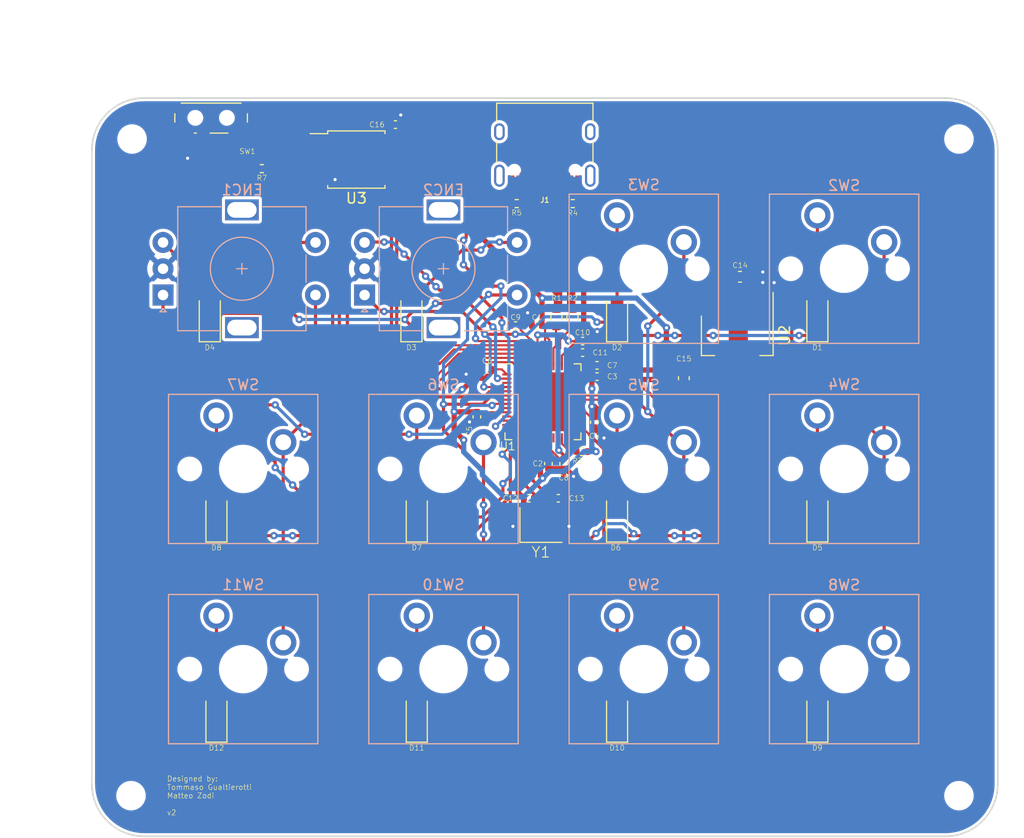
<source format=kicad_pcb>
(kicad_pcb (version 20211014) (generator pcbnew)
  (layers (0 "F.Cu" signal) (31 "B.Cu" power) (34 "B.Paste" user) (35 "F.Paste" user) (36 "B.SilkS" user "B.Silkscreen") (37 "F.SilkS" user "F.Silkscreen") (38 "B.Mask" user) (39 "F.Mask" user) (44 "Edge.Cuts" user))
  (net 0 "")
  (net 1 "+3V3")
  (net 2 "GND")
  (net 3 "+1V1")
  (net 4 "/XIN")
  (net 5 "/XOUT")
  (net 6 "VBUS")
  (net 7 "/ROW_0")
  (net 8 "Net-(D1-Pad2)")
  (net 9 "Net-(D2-Pad2)")
  (net 10 "Net-(D3-Pad2)")
  (net 11 "/ROW_1")
  (net 12 "Net-(D5-Pad2)")
  (net 13 "Net-(D6-Pad2)")
  (net 14 "/ROW_2")
  (net 15 "Net-(D7-Pad2)")
  (net 16 "Net-(D9-Pad2)")
  (net 17 "Net-(J1-PadA5)")
  (net 18 "/USB_D+")
  (net 19 "/USB_D-")
  (net 21 "Net-(J1-PadB5)")
  (net 24 "Net-(R1-Pad1)")
  (net 25 "Net-(R2-Pad1)")
  (net 26 "Net-(R3-Pad2)")
  (net 27 "/~{USB_BOOT}")
  (net 28 "/QSPI_SS")
  (net 29 "/COL_0")
  (net 30 "/COL_1")
  (net 31 "/COL_2")
  (net 52 "/QSPI_SD3")
  (net 53 "/QSPI_SCLK")
  (net 54 "/QSPI_SD0")
  (net 55 "/QSPI_SD2")
  (net 56 "/QSPI_SD1")
  (net 57 "Net-(D4-Pad2)")
  (net 58 "Net-(D8-Pad2)")
  (net 59 "Net-(D10-Pad2)")
  (net 60 "Net-(D11-Pad2)")
  (net 61 "Net-(D12-Pad2)")
  (net 62 "/COL_3")
  (net 64 "/ENC1_PIN_A")
  (net 65 "/ENC1_PIN_B")
  (net 66 "/ENC2_PIN_A")
  (net 67 "/ENC2_PIN_B")
  (footprint "Resistor_SMD:R_0603_1608Metric" (layer "F.Cu") (at 89.2302 64.3128 90)
    (fp_text reference "R1")
    (fp_text value "27")
  )
  (footprint "Diode_SMD:D_SOD-123" (layer "F.Cu") (at 94.996 64.389 90)
    (fp_text reference "D2")
    (fp_text value "D")
  )
  (footprint "Capacitor_SMD:C_0402_1005Metric" (layer "F.Cu") (at 86.614 81.534 180)
    (fp_text reference "C12")
    (fp_text value "30p")
  )
  (footprint "Button_Switch_SMD:SW_SPDT_PCM12" (layer "F.Cu") (at 56.388 45.6616 180)
    (fp_text reference "SW1")
    (fp_text value "SW_SPDT")
  )
  (footprint "Capacitor_SMD:C_0402_1005Metric" (layer "F.Cu") (at 87.376 65.1002 180)
    (fp_text reference "C1")
    (fp_text value "100n")
  )
  (footprint "Capacitor_SMD:C_0402_1005Metric" (layer "F.Cu") (at 81.661 73.787 -90)
    (fp_text reference "C5")
    (fp_text value "100n")
  )
  (footprint "MountingHole:MountingHole_2.2mm_M2" (layer "F.Cu") (at 127.508 109.8296)
    (fp_text reference "H3" hide)
    (fp_text value "MountingHole")
  )
  (footprint "Capacitor_SMD:C_0402_1005Metric" (layer "F.Cu") (at 89.916 78.232 90)
    (fp_text reference "C8")
    (fp_text value "100n")
  )
  (footprint "MountingHole:MountingHole_2.2mm_M2" (layer "F.Cu") (at 127.508 47.3456)
    (fp_text reference "H2" hide)
    (fp_text value "MountingHole")
  )
  (footprint "Capacitor_SMD:C_0603_1608Metric" (layer "F.Cu") (at 106.68 60.452)
    (fp_text reference "C14")
    (fp_text value "10u")
  )
  (footprint "Package_TO_SOT_SMD:SOT-223-3_TabPin2" (layer "F.Cu") (at 106.426 66.04 -90)
    (fp_text reference "U2")
    (fp_text value "NCP1117-3.3_SOT223")
  )
  (footprint "Diode_SMD:D_SOD-123" (layer "F.Cu") (at 114.046 83.439 90)
    (fp_text reference "D5")
    (fp_text value "D")
  )
  (footprint "Diode_SMD:D_SOD-123" (layer "F.Cu") (at 94.996 83.439 90)
    (fp_text reference "D6")
    (fp_text value "D")
  )
  (footprint "Diode_SMD:D_SOD-123" (layer "F.Cu") (at 56.896 83.439 90)
    (fp_text reference "D8")
    (fp_text value "D")
  )
  (footprint "Resistor_SMD:R_0603_1608Metric" (layer "F.Cu") (at 90.7542 64.3128 90)
    (fp_text reference "R2")
    (fp_text value "27")
  )
  (footprint "MountingHole:MountingHole_2.2mm_M2" (layer "F.Cu") (at 48.768 109.8296)
    (fp_text reference "H4" hide)
    (fp_text value "MountingHole")
  )
  (footprint "Capacitor_SMD:C_0402_1005Metric" (layer "F.Cu") (at 91.722 66.576)
    (fp_text reference "C10")
    (fp_text value "1u")
  )
  (footprint "Diode_SMD:D_SOD-123" (layer "F.Cu") (at 114.046 64.389 90)
    (fp_text reference "D1")
    (fp_text value "D")
  )
  (footprint "Resistor_SMD:R_0402_1005Metric" (layer "F.Cu") (at 61.214 50.165)
    (fp_text reference "R7")
    (fp_text value "1k")
  )
  (footprint "Resistor_SMD:R_0402_1005Metric" (layer "F.Cu") (at 90.7796 53.4924)
    (fp_text reference "R4")
    (fp_text value "5k1")
  )
  (footprint "Connector_USB:USB_C_Receptacle_XKB_U262-16XN-4BVC11" (layer "F.Cu") (at 88.1251 47.7266 180)
    (fp_text reference "J1")
    (fp_text value "USB_C_Receptacle_USB2.0")
  )
  (footprint "Capacitor_SMD:C_0402_1005Metric" (layer "F.Cu") (at 92.837 74.295 -90)
    (fp_text reference "C4")
    (fp_text value "100n")
  )
  (footprint "Capacitor_SMD:C_0402_1005Metric" (layer "F.Cu") (at 73.914 45.974)
    (fp_text reference "C16")
    (fp_text value "100n")
  )
  (footprint "Capacitor_SMD:C_0402_1005Metric" (layer "F.Cu") (at 91.722 67.6682)
    (fp_text reference "C11")
    (fp_text value "1u")
  )
  (footprint "Capacitor_SMD:C_0402_1005Metric" (layer "F.Cu") (at 93.091 69.9516)
    (fp_text reference "C3")
    (fp_text value "100n")
  )
  (footprint "Diode_SMD:D_SOD-123" (layer "F.Cu") (at 94.996 102.489 90)
    (fp_text reference "D10")
    (fp_text value "D")
  )
  (footprint "Capacitor_SMD:C_0402_1005Metric" (layer "F.Cu") (at 88.4682 78.232 -90)
    (fp_text reference "C2")
    (fp_text value "100n")
  )
  (footprint "Resistor_SMD:R_0402_1005Metric" (layer "F.Cu") (at 85.45 53.4924 180)
    (fp_text reference "R5")
    (fp_text value "5k1")
  )
  (footprint "Diode_SMD:D_SOD-123" (layer "F.Cu") (at 56.896 102.489 90)
    (fp_text reference "D12")
    (fp_text value "D")
  )
  (footprint "Package_SO:SOIC-8_5.23x5.23mm_P1.27mm" (layer "F.Cu") (at 70.2 49.3)
    (fp_text reference "U3")
    (fp_text value "W25Q128JVS")
  )
  (footprint "Capacitor_SMD:C_0402_1005Metric" (layer "F.Cu") (at 89.408 81.534)
    (fp_text reference "C13")
    (fp_text value "30p")
  )
  (footprint "Diode_SMD:D_SOD-123" (layer "F.Cu") (at 56.261 64.389 90)
    (fp_text reference "D4")
    (fp_text value "D")
  )
  (footprint "Capacitor_SMD:C_0603_1608Metric" (layer "F.Cu") (at 101.346 70.104 -90)
    (fp_text reference "C15")
    (fp_text value "10u")
  )
  (footprint "Package_DFN_QFN:QFN-56-1EP_7x7mm_P0.4mm_EP5.6x5.6mm" (layer "F.Cu") (at 87.95 72.348)
    (fp_text reference "U1")
    (fp_text value "RP2040")
  )
  (footprint "Capacitor_SMD:C_0402_1005Metric" (layer "F.Cu") (at 85.344 65.1002 180)
    (fp_text reference "C9")
    (fp_text value "100n")
  )
  (footprint "Resistor_SMD:R_0402_1005Metric" (layer "F.Cu") (at 91.6666 77.089 180)
    (fp_text reference "R3")
    (fp_text value "10k")
  )
  (footprint "MountingHole:MountingHole_2.2mm_M2" (layer "F.Cu") (at 48.8696 47.3456)
    (fp_text reference "H1" hide)
    (fp_text value "MountingHole")
  )
  (footprint "Capacitor_SMD:C_0402_1005Metric" (layer "F.Cu") (at 93.091 68.8848)
    (fp_text reference "C7")
    (fp_text value "100n")
  )
  (footprint "Diode_SMD:D_SOD-123" (layer "F.Cu") (at 114.046 102.489 90)
    (fp_text reference "D9")
    (fp_text value "D")
  )
  (footprint "Diode_SMD:D_SOD-123" (layer "F.Cu") (at 75.946 102.489 90)
    (fp_text reference "D11")
    (fp_text value "D")
  )
  (footprint "Capacitor_SMD:C_0402_1005Metric" (layer "F.Cu") (at 82.64 69.26 180)
    (fp_text reference "C6")
    (fp_text value "100n")
  )
  (footprint "Diode_SMD:D_SOD-123" (layer "F.Cu") (at 75.438 64.389 90)
    (fp_text reference "D3")
    (fp_text value "D")
  )
  (footprint "Diode_SMD:D_SOD-123" (layer "F.Cu") (at 75.946 83.439 90)
    (fp_text reference "D7")
    (fp_text value "D")
  )
  (footprint "Crystal:Crystal_SMD_3225-4Pin_3.2x2.5mm" (layer "F.Cu") (at 87.757 84.074)
    (fp_text reference "Y1")
    (fp_text value "12MHz")
  )
  (footprint "Rotary_Encoder:RotaryEncoder_Alps_EC11E-Switch_Vertical_H20mm" (layer "B.Cu") (at 70.982 62.19)
    (fp_text reference "ENC2")
    (fp_text value "Encoder_Switch")
  )
  (footprint "Switch_Keyboard_Cherry_MX:SW_Cherry_MX_PCB_1.00u" (layer "B.Cu") (at 78.486 78.74 180)
    (fp_text reference "SW6")
    (fp_text value "KEY_MX")
  )
  (footprint "Switch_Keyboard_Cherry_MX:SW_Cherry_MX_PCB_1.00u" (layer "B.Cu") (at 116.586 78.74 180)
    (fp_text reference "SW4")
    (fp_text value "KEY_MX")
  )
  (footprint "Switch_Keyboard_Cherry_MX:SW_Cherry_MX_PCB_1.00u" (layer "B.Cu") (at 97.536 59.69 180)
    (fp_text reference "SW3")
    (fp_text value "KEY_MX")
  )
  (footprint "Switch_Keyboard_Cherry_MX:SW_Cherry_MX_PCB_1.00u" (layer "B.Cu") (at 97.536 78.74 180)
    (fp_text reference "SW5")
    (fp_text value "KEY_MX")
  )
  (footprint "Switch_Keyboard_Cherry_MX:SW_Cherry_MX_PCB_1.00u" (layer "B.Cu") (at 97.536 97.79 180)
    (fp_text reference "SW9")
    (fp_text value "KEY_MX")
  )
  (footprint "Switch_Keyboard_Cherry_MX:SW_Cherry_MX_PCB_1.00u" (layer "B.Cu") (at 59.436 78.74 180)
    (fp_text reference "SW7")
    (fp_text value "KEY_MX")
  )
  (footprint "Switch_Keyboard_Cherry_MX:SW_Cherry_MX_PCB_1.00u" (layer "B.Cu") (at 116.586 59.69 180)
    (fp_text reference "SW2")
    (fp_text value "KEY_MX")
  )
  (footprint "Switch_Keyboard_Cherry_MX:SW_Cherry_MX_PCB_1.00u" (layer "B.Cu") (at 78.486 97.79 180)
    (fp_text reference "SW10")
    (fp_text value "KEY_MX")
  )
  (footprint "Switch_Keyboard_Cherry_MX:SW_Cherry_MX_PCB_1.00u" (layer "B.Cu") (at 116.586 97.79 180)
    (fp_text reference "SW8")
    (fp_text value "KEY_MX")
  )
  (footprint "Rotary_Encoder:RotaryEncoder_Alps_EC11E-Switch_Vertical_H20mm" (layer "B.Cu") (at 51.816 62.19)
    (fp_text reference "ENC1")
    (fp_text value "Encoder_Switch")
  )
  (footprint "Switch_Keyboard_Cherry_MX:SW_Cherry_MX_PCB_1.00u" (layer "B.Cu") (at 59.436 97.79 180)
    (fp_text reference "SW11")
    (fp_text value "KEY_MX")
  )
  (gr_line (start 50 43.45) (end 126.2 43.45) (layer "Edge.Cuts") (width 0.15))
  (gr_arc (start 126.2 43.45) (mid 129.732472 44.882098) (end 131.199997 48.4) (layer "Edge.Cuts") (width 0.15))
  (gr_arc (start 45.05 48.4) (mid 46.499821 44.899821) (end 50 43.45) (layer "Edge.Cuts") (width 0.15))
  (gr_line (start 131.199997 48.4) (end 131.2 108.75) (layer "Edge.Cuts") (width 0.15))
  (gr_arc (start 50 113.7) (mid 46.489465 112.225179) (end 45.049998 108.7) (layer "Edge.Cuts") (width 0.15))
  (gr_arc (start 131.2 108.75) (mid 129.725178 112.260533) (end 126.2 113.7) (layer "Edge.Cuts") (width 0.15))
  (gr_line (start 45.049998 108.7) (end 45.05 48.4) (layer "Edge.Cuts") (width 0.1))
  (gr_line (start 126.2 113.7) (end 50 113.7) (layer "Edge.Cuts") (width 0.15))
  (gr_text "Designed by:\nTommaso Gualtierotti\nMatteo Zodi\n\nv2" (at 52.1716 109.8296) (layer "F.SilkS") (effects (font (size 0.5 0.5) (thickness 0.05)) (justify left)))
  (segment (start 92.611 68.8848) (end 92.611 68.5572) (width 0.2) (layer "F.Cu") (net 1))
  (segment (start 97.0658 69.329) (end 95.7834 68.0466) (width 0.5) (layer "F.Cu") (net 1))
  (segment (start 99.6826 65.3158) (end 99.6826 69.329) (width 0.5) (layer "F.Cu") (net 1))
  (segment (start 88.55 68.9105) (end 88.55 66.452) (width 0.2) (layer "F.Cu") (net 1))
  (segment (start 84.0245 69.26) (end 84.5125 69.748) (width 0.2) (layer "F.Cu") (net 1))
  (segment (start 84.5125 73.348) (end 81.702 73.348) (width 0.2) (layer "F.Cu") (net 1))
  (segment (start 79.502 75.083756) (end 79.502 73.281) (width 0.5) (layer "F.Cu") (net 1))
  (segment (start 87.856 62.512) (end 87.856 65.024) (width 0.5) (layer "F.Cu") (net 1))
  (segment (start 92.484 73.815) (end 92.837 73.815) (width 0.2) (layer "F.Cu") (net 1))
  (segment (start 91.3875 69.748) (end 92.4074 69.748) (width 0.2) (layer "F.Cu") (net 1))
  (segment (start 92.4306 68.3768) (end 91.4908 68.3768) (width 0.2) (layer "F.Cu") (net 1))
  (segment (start 80.316871 71.1825) (end 81.395371 70.104) (width 0.5) (layer "F.Cu") (net 1))
  (segment (start 92.611 68.6536) (end 93.218 68.0466) (width 0.2) (layer "F.Cu") (net 1))
  (segment (start 63.627 47.371) (end 65.024 45.974) (width 0.5) (layer "F.Cu") (net 1))
  (segment (start 87.7082 79.4278) (end 87.9094 79.629) (width 0.5) (layer "F.Cu") (net 1))
  (segment (start 90.15 68.9105) (end 90.15 68.1174) (width 0.2) (layer "F.Cu") (net 1))
  (segment (start 87.884 62.484) (end 87.856 62.512) (width 0.5) (layer "F.Cu") (net 1))
  (segment (start 88.4682 77.2922) (end 88.15 76.974) (width 0.2) (layer "F.Cu") (net 1))
  (segment (start 83.12 69.444386) (end 83.12 69.26) (width 0.5) (layer "F.Cu") (net 1))
  (segment (start 80.40871 75.990466) (end 79.502 75.083756) (width 0.5) (layer "F.Cu") (net 1))
  (segment (start 90.55 68.9105) (end 92.5853 68.9105) (width 0.2) (layer "F.Cu") (net 1))
  (segment (start 88.283814 77.752) (end 87.7082 78.327614) (width 0.5) (layer "F.Cu") (net 1))
  (segment (start 106.426 69.19) (end 106.274 69.342) (width 0.5) (layer "F.Cu") (net 1))
  (segment (start 92.611 68.8848) (end 92.611 69.9516) (width 0.2) (layer "F.Cu") (net 1))
  (segment (start 93.091 73.025) (end 92.8635 72.7975) (width 0.5) (layer "F.Cu") (net 1))
  (segment (start 92.611 70.135986) (end 92.611 69.9516) (width 0.5) (layer "F.Cu") (net 1))
  (segment (start 73.434 45.974) (end 73.434 46.51) (width 0.5) (layer "F.Cu") (net 1))
  (segment (start 92.4074 69.748) (end 92.611 69.9516) (width 0.2) (layer "F.Cu") (net 1))
  (segment (start 88.15 65.3942) (end 87.856 65.1002) (width 0.2) (layer "F.Cu") (net 1))
  (segment (start 99.695 65.3034) (end 99.6826 65.3158) (width 0.5) (layer "F.Cu") (net 1))
  (segment (start 88.15 76.974) (end 88.15 75.7855) (width 0.2) (layer "F.Cu") (net 1))
  (segment (start 73.434 46.51) (end 73.8 46.876) (width 0.5) (layer "F.Cu") (net 1))
  (segment (start 73.8 46.876) (end 73.8 47.395) (width 0.5) (layer "F.Cu") (net 1))
  (segment (start 92.837 73.815) (end 92.936 73.815) (width 0.5) (layer "F.Cu") (net 1))
  (segment (start 97.422 69.329) (end 97.0658 69.329) (width 0.5) (layer "F.Cu") (net 1))
  (segment (start 90.5992 67.6682) (end 91.242 67.6682) (width 0.2) (layer "F.Cu") (net 1))
  (segment (start 83.12 69.26) (end 84.0245 69.26) (width 0.2) (layer "F.Cu") (net 1))
  (segment (start 91.3875 73.348) (end 92.017 73.348) (width 0.2) (layer "F.Cu") (net 1))
  (segment (start 58.638 47.0916) (end 58.9174 47.371) (width 0.5) (layer "F.Cu") (net 1))
  (segment (start 92.6 71.0985) (end 92.6 70.146986) (width 0.5) (layer "F.Cu") (net 1))
  (segment (start 65.024 45.974) (end 73.434 45.974) (width 0.5) (layer "F.Cu") (net 1))
  (segment (start 88.4682 77.752) (end 88.4682 77.2922) (width 0.2) (layer "F.Cu") (net 1))
  (segment (start 88.55 66.452) (end 88.15 66.052) (width 0.2) (layer "F.Cu") (net 1))
  (segment (start 92.5853 68.9105) (end 92.611 68.8848) (width 0.2) (layer "F.Cu") (net 1))
  (segment (start 87.7082 78.327614) (end 87.7082 79.4278) (width 0.5) (layer "F.Cu") (net 1))
  (segment (start 92.017 73.348) (end 92.484 73.815) (width 0.2) (layer "F.Cu") (net 1))
  (segment (start 80.264 71.1825) (end 80.316871 71.1825) (width 0.5) (layer "F.Cu") (net 1))
  (segment (start 92.8635 72.7975) (end 92.5966 72.7975) (width 0.5) (layer "F.Cu") (net 1))
  (segment (start 79.502 73.281) (end 79.528 73.307) (width 0.5) (layer "F.Cu") (net 1))
  (segment (start 91.4908 68.3768) (end 91.242 68.128) (width 0.2) (layer "F.Cu") (net 1))
  (segment (start 88.4682 77.752) (end 88.283814 77.752) (width 0.5) (layer "F.Cu") (net 1))
  (segment (start 95.7834 68.0466) (end 93.218 68.0466) (width 0.5) (layer "F.Cu") (net 1))
  (segment (start 91.242 68.128) (end 91.242 67.6682) (width 0.2) (layer "F.Cu") (net 1))
  (segment (start 76.097 47.395) (end 73.8 47.395) (width 0.5) (layer "F.Cu") (net 1))
  (segment (start 81.395371 70.104) (end 82.460386 70.104) (width 0.5) (layer "F.Cu") (net 1))
  (segment (start 90.15 68.1174) (end 90.5992 67.6682) (width 0.2) (layer "F.Cu") (net 1))
  (segment (start 88.15 68.9105) (end 88.15 66.052) (width 0.2) (layer "F.Cu") (net 1))
  (segment (start 106.426 62.89) (end 106.426 69.19) (width 0.5) (layer "F.Cu") (net 1))
  (segment (start 81.28 52.578) (end 76.097 47.395) (width 0.5) (layer "F.Cu") (net 1))
  (segment (start 87.884 62.484) (end 81.28 55.88) (width 0.5) (layer "F.Cu") (net 1))
  (segment (start 92.611 68.8848) (end 92.611 68.6536) (width 0.2) (layer "F.Cu") (net 1))
  (segment (start 92.990756 77.089) (end 92.1766 77.089) (width 0.5) (layer "F.Cu") (net 1))
  (segment (start 93.091 73.66) (end 93.091 73.025) (width 0.5) (layer "F.Cu") (net 1))
  (segment (start 101.359 69.342) (end 101.346 69.329) (width 0.5) (layer "F.Cu") (net 1))
  (segment (start 58.9174 47.371) (end 63.627 47.371) (width 0.5) (layer "F.Cu") (net 1))
  (segment (start 88.15 66.052) (end 88.15 65.3942) (width 0.2) (layer "F.Cu") (net 1))
  (segment (start 92.611 68.5572) (end 92.4306 68.3768) (width 0.2) (layer "F.Cu") (net 1))
  (segment (start 99.6826 69.329) (end 97.422 69.329) (width 0.5) (layer "F.Cu") (net 1))
  (segment (start 82.460386 70.104) (end 83.12 69.444386) (width 0.5) (layer "F.Cu") (net 1))
  (segment (start 106.274 69.342) (end 101.359 69.342) (width 0.5) (layer "F.Cu") (net 1))
  (segment (start 92.6 70.146986) (end 92.611 70.135986) (width 0.5) (layer "F.Cu") (net 1))
  (segment (start 79.528 73.307) (end 81.661 73.307) (width 0.5) (layer "F.Cu") (net 1))
  (segment (start 101.346 69.329) (end 99.6826 69.329) (width 0.5) (layer "F.Cu") (net 1))
  (segment (start 92.936 73.815) (end 93.091 73.66) (width 0.5) (layer "F.Cu") (net 1))
  (segment (start 81.28 55.88) (end 81.28 52.578) (width 0.5) (layer "F.Cu") (net 1))
  (via (at 79.502 73.281) (size 0.7) (drill 0.3) (layers "F.Cu" "B.Cu") (net 1))
  (via (at 92.990756 77.089) (size 0.7) (drill 0.3) (layers "F.Cu" "B.Cu") (net 1))
  (via (at 92.5966 72.7975) (size 0.7) (drill 0.3) (layers "F.Cu" "B.Cu") (net 1))
  (via (at 87.884 62.484) (size 0.7) (drill 0.3) (layers "F.Cu" "B.Cu") (net 1))
  (via (at 80.40871 75.990466) (size 0.7) (drill 0.3) (layers "F.Cu" "B.Cu") (net 1))
  (via (at 99.695 65.3034) (size 0.7) (drill 0.3) (layers "F.Cu" "B.Cu") (net 1))
  (via (at 80.264 71.1825) (size 0.7) (drill 0.3) (layers "F.Cu" "B.Cu") (net 1))
  (via (at 87.9094 79.629) (size 0.7) (drill 0.3) (layers "F.Cu" "B.Cu") (net 1))
  (via (at 92.6 71.0985) (size 0.7) (drill 0.3) (layers "F.Cu" "B.Cu") (net 1))
  (segment (start 92.6 72.7941) (end 92.5966 72.7975) (width 0.5) (layer "B.Cu") (net 1))
  (segment (start 92.5966 76.694844) (end 92.990756 77.089) (width 0.5) (layer "B.Cu") (net 1))
  (segment (start 84.275129 81.407) (end 86.1314 81.407) (width 0.5) (layer "B.Cu") (net 1))
  (segment (start 80.264 71.1825) (end 79.502 71.9445) (width 0.5) (layer "B.Cu") (net 1))
  (segment (start 82.190999 79.32287) (end 84.275129 81.407) (width 0.5) (layer "B.Cu") (net 1))
  (segment (start 80.40871 75.990466) (end 80.40871 77.127174) (width 0.5) (layer "B.Cu") (net 1))
  (segment (start 99.695 65.3034) (end 99.6696 65.3034) (width 0.5) (layer "B.Cu") (net 1))
  (segment (start 92.990756 77.089) (end 91.8464 77.089) (width 0.5) (layer "B.Cu") (net 1))
  (segment (start 92.5966 72.7975) (end 92.5966 76.694844) (width 0.5) (layer "B.Cu") (net 1))
  (segment (start 80.40871 77.127174) (end 82.190999 78.909463) (width 0.5) (layer "B.Cu") (net 1))
  (segment (start 86.1314 81.407) (end 87.9094 79.629) (width 0.5) (layer "B.Cu") (net 1))
  (segment (start 99.6696 65.3034) (end 96.8502 62.484) (width 0.5) (layer "B.Cu") (net 1))
  (segment (start 89.9668 78.9686) (end 88.5698 78.9686) (width 0.5) (layer "B.Cu") (net 1))
  (segment (start 82.190999 78.909463) (end 82.190999 79.32287) (width 0.5) (layer "B.Cu") (net 1))
  (segment (start 88.5698 78.9686) (end 87.9094 79.629) (width 0.5) (layer "B.Cu") (net 1))
  (segment (start 96.8502 62.484) (end 87.884 62.484) (width 0.5) (layer "B.Cu") (net 1))
  (segment (start 92.6 71.0985) (end 92.6 72.7941) (width 0.5) (layer "B.Cu") (net 1))
  (segment (start 79.502 71.9445) (end 79.502 73.281) (width 0.5) (layer "B.Cu") (net 1))
  (segment (start 91.8464 77.089) (end 89.9668 78.9686) (width 0.5) (layer "B.Cu") (net 1))
  (segment (start 92.202 67.6682) (end 92.202 66.576) (width 0.5) (layer "F.Cu") (net 2))
  (segment (start 84.7751 51.3966) (end 85.0751 51.3966) (width 0.3) (layer "F.Cu") (net 2))
  (segment (start 74.394 45.0876) (end 74.422 45.0596) (width 0.5) (layer "F.Cu") (net 2))
  (segment (start 86.106 81.562) (end 86.134 81.534) (width 0.5) (layer "F.Cu") (net 2))
  (segment (start 86.106 81.506) (end 85.598 80.998) (width 0.5) (layer "F.Cu") (net 2))
  (segment (start 86.896 64.29) (end 86.896 65.1002) (width 0.5) (layer "F.Cu") (net 2))
  (segment (start 86.653 83.224) (end 86.106 82.677) (width 0.5) (layer "F.Cu") (net 2))
  (segment (start 86.95 75.7855) (end 86.95 73.348) (width 0.2) (layer "F.Cu") (net 2))
  (segment (start 89.701 84.924) (end 88.857 84.924) (width 0.5) (layer "F.Cu") (net 2))
  (segment (start 90.551 54.864) (end 91.2896 54.1254) (width 0.5) (layer "F.Cu") (net 2))
  (segment (start 93.107433 65.670567) (end 92.202 66.576) (width 0.5) (layer "F.Cu") (net 2))
  (segment (start 110.134 62.89) (end 108.726 62.89) (width 0.5) (layer "F.Cu") (net 2))
  (segment (start 90.551 59.944) (end 90.551 54.864) (width 0.5) (layer "F.Cu") (net 2))
  (segment (start 93.8504 70.231) (end 93.571 69.9516) (width 0.5) (layer "F.Cu") (net 2))
  (segment (start 80.9635 74.267) (end 81.661 74.267) (width 0.5) (layer "F.Cu") (net 2))
  (segment (start 99.2762 70.879) (end 98.6282 70.231) (width 0.5) (layer "F.Cu") (net 2))
  (segment (start 85.598 80.998) (end 85.598 77.724) (width 0.5) (layer "F.Cu") (net 2))
  (segment (start 92.837 74.775) (end 92.837 74.8792) (width 0.5) (layer "F.Cu") (net 2))
  (segment (start 86.106 81.506) (end 86.134 81.534) (width 0.2) (layer "F.Cu") (net 2))
  (segment (start 92.202 65.786) (end 91.821 65.405) (width 0.5) (layer "F.Cu") (net 2))
  (segment (start 86.487 63.881) (end 86.896 64.29) (width 0.5) (layer "F.Cu") (net 2))
  (segment (start 85.598 77.724) (end 86.106 77.216) (width 0.5) (layer "F.Cu") (net 2))
  (segment (start 54.138 49.1596) (end 54.138 47.0916) (width 0.5) (layer "F.Cu") (net 2))
  (segment (start 91.821 65.405) (end 91.821 61.214) (width 0.5) (layer "F.Cu") (net 2))
  (segment (start 101.346 70.879) (end 102.095 71.628) (width 0.5) (layer "F.Cu") (net 2))
  (segment (start 92.837 74.8792) (end 93.7514 75.7936) (width 0.5) (layer "F.Cu") (net 2))
  (segment (start 84.9 53.4524) (end 84.9 51.3966) (width 0.5) (layer "F.Cu") (net 2))
  (segment (start 91.2896 53.4924) (end 91.2751 53.4779) (width 0.5) (layer "F.Cu") (net 2))
  (segment (start 86.067 83.224) (end 85.09 84.201) (width 0.5) (layer "F.Cu") (net 2))
  (segment (start 91.4751 51.3966) (end 91.1751 51.3966) (width 0.3) (layer "F.Cu") (net 2))
  (segment (start 91.821 61.214) (end 90.551 59.944) (width 0.5) (layer "F.Cu") (net 2))
  (segment (start 86.487 63.881) (end 85.852 63.881) (width 0.5) (layer "F.Cu") (net 2))
  (segment (start 54.1528 49.1744) (end 54.138 49.1596) (width 0.5) (layer "F.Cu") (net 2))
  (segment (start 91.2896 54.1254) (end 91.2896 53.4924) (width 0.5) (layer "F.Cu") (net 2))
  (segment (start 74.394 45.974) (end 76.8096 45.974) (width 0.5) (layer "F.Cu") (net 2))
  (segment (start 93.571 68.8848) (end 93.571 69.9516) (width 0.5) (layer "F.Cu") (net 2))
  (segment (start 86.95 75.7855) (end 86.95 76.372) (width 0.2) (layer "F.Cu") (net 2))
  (segment (start 86.95 73.348) (end 87.95 72.348) (width 0.2) (layer "F.Cu") (net 2))
  (segment (start 101.346 70.879) (end 99.2762 70.879) (width 0.5) (layer "F.Cu") (net 2))
  (segment (start 74.394 45.974) (end 74.394 45.0876) (width 0.5) (layer "F.Cu") (net 2))
  (segment (start 76.8096 45.974) (end 84.328 53.4924) (width 0.5) (layer "F.Cu") (net 2))
  (segment (start 109.982 71.628) (end 111.506 70.104) (width 0.5) (layer "F.Cu") (net 2))
  (segment (start 90.8558 79.4512) (end 90.1166 78.712) (width 0.5) (layer "F.Cu") (net 2))
  (segment (start 111.506 70.104) (end 111.506 64.262) (width 0.5) (layer "F.Cu") (net 2))
  (segment (start 68.175 51.205) (end 66.6 51.205) (width 0.5) (layer "F.Cu") (net 2))
  (segment (start 86.657 83.224) (end 86.653 83.224) (width 0.5) (layer "F.Cu") (net 2))
  (segment (start 88.646 78.712) (end 89.916 78.712) (width 0.5) (layer "F.Cu") (net 2))
  (segment (start 81.108 69.26) (end 80.645 69.723) (width 0.5) (layer "F.Cu") (net 2))
  (segment (start 90.1166 78.712) (end 89.916 78.712) (width 0.5) (layer "F.Cu") (net 2))
  (segment (start 86.657 83.224) (end 86.067 83.224) (width 0.5) (layer "F.Cu") (net 2))
  (segment (start 86.106 82.677) (end 86.106 81.562) (width 0.5) (layer "F.Cu") (net 2))
  (segment (start 84.864 64.869) (end 84.864 65.1002) (width 0.5) (layer "F.Cu") (net 2))
  (segment (start 91.2751 53.4779) (end 91.2751 51.3966) (width 0.5) (layer "F.Cu") (net 2))
  (segment (start 90.424 84.201) (end 89.701 84.924) (width 0.5) (layer "F.Cu") (net 2))
  (segment (start 98.6282 70.231) (end 93.8504 70.231) (width 0.5) (layer "F.Cu") (net 2))
  (segment (start 86.95 76.372) (end 86.106 77.216) (width 0.2) (layer "F.Cu") (net 2))
  (segment (start 82.16 69.26) (end 81.108 69.26) (width 0.5) (layer "F.Cu") (net 2))
  (segment (start 85.852 63.881) (end 84.864 64.869) (width 0.5) (layer "F.Cu") (net 2))
  (segment (start 92.202 66.576) (end 92.202 65.786) (width 0.5) (layer "F.Cu") (net 2))
  (segment (start 102.095 71.628) (end 109.982 71.628) (width 0.5) (layer "F.Cu") (net 2))
  (segment (start 111.506 64.262) (end 110.134 62.89) (width 0.5) (layer "F.Cu") (net 2))
  (segment (start 84.328 53.4924) (end 84.94 53.4924) (width 0.5) (layer "F.Cu") (net 2))
  (segment (start 89.916 78.712) (end 89.916 81.534) (width 0.5) (layer "F.Cu") (net 2))
  (via (at 80.645 69.723) (size 0.7) (drill 0.3) (layers "F.Cu" "B.Cu") (net 2))
  (via (at 86.487 63.881) (size 0.7) (drill 0.3) (layers "F.Cu" "B.Cu") (net 2))
  (via (at 93.7514 75.7936) (size 0.7) (drill 0.3) (layers "F.Cu" "B.Cu") (net 2))
  (via (at 74.422 45.0596) (size 0.7) (drill 0.3) (layers "F.Cu" "B.Cu") (net 2))
  (via (at 54.1528 49.1744) (size 0.7) (drill 0.3) (layers "F.Cu" "B.Cu") (net 2))
  (via (at 68.175 51.205) (size 0.7) (drill 0.3) (layers "F.Cu" "B.Cu") (net 2))
  (via (at 108.85 61) (size 0.7) (drill 0.3) (layers "F.Cu" "B.Cu") (net 2))
  (via (at 85.09 84.201) (size 0.7) (drill 0.3) (layers "F.Cu" "B.Cu") (net 2))
  (via (at 80.9635 74.267) (size 0.7) (drill 0.3) (layers "F.Cu" "B.Cu") (net 2))
  (via (at 90.8558 79.4512) (size 0.7) (drill 0.3) (layers "F.Cu" "B.Cu") (net 2))
  (via (at 108.85 60) (size 0.7) (drill 0.3) (layers "F.Cu" "B.Cu") (net 2))
  (via (at 90.424 84.201) (size 0.7) (drill 0.3) (layers "F.Cu" "B.Cu") (net 2))
  (via (at 109.9312 61.0108) (size 0.7) (drill 0.3) (layers "F.Cu" "B.Cu") (net 2))
  (via (at 93.107433 65.670567) (size 0.7) (drill 0.3) (layers "F.Cu" "B.Cu") (net 2))
  (segment (start 91.125714 66.576) (end 91.242 66.576) (width 0.2) (layer "F.Cu") (net 3))
  (segment (start 87.4268 66.0129) (end 87.4505 65.9892) (width 0.2) (layer "F.Cu") (net 3))
  (segment (start 90.385038 66.576) (end 91.242 66.576) (width 0.2) (layer "F.Cu") (net 3))
  (segment (start 89.5122 77.752) (end 89.916 77.752) (width 0.2) (layer "F.Cu") (net 3))
  (segment (start 88.55 76.7898) (end 89.5122 77.752) (width 0.2) (layer "F.Cu") (net 3))
  (segment (start 87.75 67.440233) (end 87.4268 67.117033) (width 0.2) (layer "F.Cu") (net 3))
  (segment (start 87.75 67.440233) (end 85.824 65.514233) (width 0.2) (layer "F.Cu") (net 3))
  (segment (start 89.75 67.951714) (end 91.125714 66.576) (width 0.2) (layer "F.Cu") (net 3))
  (segment (start 88.55 75.7855) (end 88.55 76.7898) (width 0.2) (layer "F.Cu") (net 3))
  (segment (start 85.824 65.514233) (end 85.824 65.1002) (width 0.2) (layer "F.Cu") (net 3))
  (segment (start 90.367286 66.558248) (end 90.385038 66.576) (width 0.2) (layer "F.Cu") (net 3))
  (segment (start 87.75 68.9105) (end 87.75 67.440233) (width 0.2) (layer "F.Cu") (net 3))
  (segment (start 89.456625 76.963957) (end 89.916 77.423332) (width 0.3) (layer "F.Cu") (net 3))
  (segment (start 89.916 77.423332) (end 89.916 77.752) (width 0.3) (layer "F.Cu") (net 3))
  (segment (start 89.75 68.9105) (end 89.75 67.951714) (width 0.2) (layer "F.Cu") (net 3))
  (segment (start 87.4268 67.117033) (end 87.4268 66.0129) (width 0.2) (layer "F.Cu") (net 3))
  (via (at 87.4505 65.9892) (size 0.7) (drill 0.3) (layers "F.Cu" "B.Cu") (net 3))
  (via (at 90.367286 66.558248) (size 0.7) (drill 0.3) (layers "F.Cu" "B.Cu") (net 3))
  (via (at 89.456625 76.963957) (size 0.7) (drill 0.3) (layers "F.Cu" "B.Cu") (net 3))
  (segment (start 90.367286 66.558248) (end 89.798238 65.9892) (width 0.5) (layer "B.Cu") (net 3))
  (segment (start 89.379491 76.886823) (end 89.456625 76.963957) (width 0.5) (layer "B.Cu") (net 3))
  (segment (start 89.798238 65.9892) (end 87.4505 65.9892) (width 0.5) (layer "B.Cu") (net 3))
  (segment (start 89.379491 65.9892) (end 89.379491 76.886823) (width 0.5) (layer "B.Cu") (net 3))
  (segment (start 86.36 78.359) (end 86.36 77.978) (width 0.2) (layer "F.Cu") (net 4))
  (segment (start 87.707 82.147) (end 87.707 83.974) (width 0.3) (layer "F.Cu") (net 4))
  (segment (start 86.36 78.359) (end 86.36 80.391) (width 0.3) (layer "F.Cu") (net 4))
  (segment (start 87.707 83.974) (end 86.757 84.924) (width 0.3) (layer "F.Cu") (net 4))
  (segment (start 87.35 76.988) (end 87.35 75.7855) (width 0.2) (layer "F.Cu") (net 4))
  (segment (start 87.094 81.125) (end 87.094 81.534) (width 0.3) (layer "F.Cu") (net 4))
  (segment (start 86.757 84.924) (end 86.657 84.924) (width 0.3) (layer "F.Cu") (net 4))
  (segment (start 87.094 81.534) (end 87.707 82.147) (width 0.3) (layer "F.Cu") (net 4))
  (segment (start 86.36 80.391) (end 87.094 81.125) (width 0.3) (layer "F.Cu") (net 4))
  (segment (start 86.36 77.978) (end 87.35 76.988) (width 0.2) (layer "F.Cu") (net 4))
  (segment (start 87.75 75.7855) (end 87.75 77.35) (width 0.2) (layer "F.Cu") (net 5))
  (segment (start 88.928 81.534) (end 88.928 83.153) (width 0.3) (layer "F.Cu") (net 5))
  (segment (start 88.6714 81.534) (end 88.928 81.534) (width 0.3) (layer "F.Cu") (net 5))
  (segment (start 86.995 79.8576) (end 88.6714 81.534) (width 0.3) (layer "F.Cu") (net 5))
  (segment (start 86.995 78.105) (end 86.995 79.8576) (width 0.3) (layer "F.Cu") (net 5))
  (segment (start 88.928 83.153) (end 88.857 83.224) (width 0.3) (layer "F.Cu") (net 5))
  (segment (start 87.75 77.35) (end 86.995 78.105) (width 0.2) (layer "F.Cu") (net 5))
  (segment (start 105.8926 60.4396) (end 105.905 60.452) (width 0.5) (layer "F.Cu") (net 6))
  (segment (start 90.3751 51.3966) (end 90.6751 51.3966) (width 0.3) (layer "F.Cu") (net 6))
  (segment (start 90.3751 51.3966) (end 90.3751 50.6751) (width 0.3) (layer "F.Cu") (net 6))
  (segment (start 90.3751 50.6751) (end 88.2902 48.5902) (width 0.3) (layer "F.Cu") (net 6))
  (segment (start 85.8751 51.3966) (end 85.5751 51.3966) (width 0.3) (layer "F.Cu") (net 6))
  (segment (start 85.8751 50.6749) (end 87.9598 48.5902) (width 0.3) (layer "F.Cu") (net 6))
  (segment (start 85.8751 51.3966) (end 85.8751 50.6749) (width 0.3) (layer "F.Cu") (net 6))
  (segment (start 64.77 64.516) (end 64.194 63.94) (width 0.3) (layer "F.Cu") (net 7))
  (segment (start 74.803 64.516) (end 75.565 63.754) (width 0.3) (layer "F.Cu") (net 7))
  (segment (start 93.728267 64.771267) (end 94.996 66.039) (width 0.3) (layer "F.Cu") (net 7))
  (segment (start 93.088329 64.771267) (end 93.728267 64.771267) (width 0.3) (layer "F.Cu") (net 7))
  (segment (start 82.338386 70.948) (end 84.5125 70.948) (width 0.2) (layer "F.Cu") (net 7))
  (segment (start 98.8831 66.039) (end 94.996 66.039) (width 0.3) (layer "F.Cu") (net 7))
  (segment (start 74.803 64.516) (end 75.438 65.151) (width 0.3) (layer "F.Cu") (net 7))
  (segment (start 82.324229 70.933843) (end 82.338386 70.948) (width 0.2) (layer "F.Cu") (net 7))
  (segment (start 82.422 65.9235) (end 85.319667 65.9235) (width 0.3) (layer "F.Cu") (net 7))
  (segment (start 100.4831 66.04) (end 100.4821 66.039) (width 0.3) (layer "F.Cu") (net 7))
  (segment (start 82.422 65.912) (end 82.422 65.9235) (width 0.3) (layer "F.Cu") (net 7))
  (segment (start 56.261 65.151) (end 56.261 66.039) (width 0.3) (layer "F.Cu") (net 7))
  (segment (start 64.194 63.94) (end 57.472 63.94) (width 0.3) (layer "F.Cu") (net 7))
  (segment (start 80.264 63.754) (end 82.422 65.912) (width 0.3) (layer "F.Cu") (net 7))
  (segment (start 57.472 63.94) (end 56.261 65.151) (width 0.3) (layer "F.Cu") (net 7))
  (segment (start 104.14 66.04) (end 100.4831 66.04) (width 0.3) (layer "F.Cu") (net 7))
  (segment (start 75.438 65.151) (end 75.438 66.039) (width 0.3) (layer "F.Cu") (net 7))
  (segment (start 112.3055 66.04) (end 114.045 66.04) (width 0.3) (layer "F.Cu") (net 7))
  (segment (start 75.565 63.754) (end 80.264 63.754) (width 0.3) (layer "F.Cu") (net 7))
  (via (at 112.3055 66.04) (size 0.7) (drill 0.3) (layers "F.Cu" "B.Cu") (net 7))
  (via (at 82.324229 70.933843) (size 0.7) (drill 0.3) (layers "F.Cu" "B.Cu") (net 7))
  (via (at 74.803 64.516) (size 0.7) (drill 0.3) (layers "F.Cu" "B.Cu") (net 7))
  (via (at 93.088329 64.771267) (size 0.7) (drill 0.3) (layers "F.Cu" "B.Cu") (net 7))
  (via (at 85.319667 65.9235) (size 0.7) (drill 0.3) (layers "F.Cu" "B.Cu") (net 7))
  (via (at 104.14 66.04) (size 0.7) (drill 0.3) (layers "F.Cu" "B.Cu") (net 7))
  (via (at 100.4821 66.039) (size 0.7) (drill 0.3) (layers "F.Cu" "B.Cu") (net 7))
  (via (at 82.422 65.9235) (size 0.7) (drill 0.3) (layers "F.Cu" "B.Cu") (net 7))
  (via (at 64.77 64.516) (size 0.7) (drill 0.3) (layers "F.Cu" "B.Cu") (net 7))
  (via (at 98.8831 66.039) (size 0.7) (drill 0.3) (layers "F.Cu" "B.Cu") (net 7))
  (segment (start 82.324229 70.433357) (end 82.931 69.826586) (width 0.3) (layer "B.Cu") (net 7))
  (segment (start 104.14 66.04) (end 112.3055 66.04) (width 0.3) (layer "B.Cu") (net 7))
  (segment (start 64.77 64.516) (end 74.803 64.516) (width 0.3) (layer "B.Cu") (net 7))
  (segment (start 85.319667 65.9235) (end 86.4765 65.9235) (width 0.3) (layer "B.Cu") (net 7))
  (segment (start 82.931 69.826586) (end 82.931 66.4325) (width 0.3) (layer "B.Cu") (net 7))
  (segment (start 82.931 66.4325) (end 82.422 65.9235) (width 0.3) (layer "B.Cu") (net 7))
  (segment (start 100.4821 66.039) (end 98.8831 66.039) (width 0.3) (layer "B.Cu") (net 7))
  (segment (start 82.324229 70.933843) (end 82.324229 70.433357) (width 0.3) (layer "B.Cu") (net 7))
  (segment (start 92.579062 64.262) (end 93.088329 64.771267) (width 0.3) (layer "B.Cu") (net 7))
  (segment (start 88.138 64.262) (end 92.579062 64.262) (width 0.3) (layer "B.Cu") (net 7))
  (segment (start 86.4765 65.9235) (end 88.138 64.262) (width 0.3) (layer "B.Cu") (net 7))
  (segment (start 114.046 62.739) (end 114.046 54.61) (width 0.3) (layer "F.Cu") (net 8))
  (segment (start 94.996 54.61) (end 94.996 62.739) (width 0.3) (layer "F.Cu") (net 9))
  (segment (start 80.265 57.912) (end 75.438 62.739) (width 0.3) (layer "F.Cu") (net 10))
  (segment (start 82.042 57.912) (end 80.265 57.912) (width 0.3) (layer "F.Cu") (net 10))
  (segment (start 83.86 57.19) (end 85.482 57.19) (width 0.3) (layer "F.Cu") (net 10))
  (segment (start 83.82 57.15) (end 83.86 57.19) (width 0.3) (layer "F.Cu") (net 10))
  (via (at 82.042 57.912) (size 0.7) (drill 0.3) (layers "F.Cu" "B.Cu") (net 10))
  (via (at 83.82 57.15) (size 0.7) (drill 0.3) (layers "F.Cu" "B.Cu") (net 10))
  (segment (start 83.82 57.15) (end 82.804 57.15) (width 0.3) (layer "B.Cu") (net 10))
  (segment (start 82.804 57.15) (end 82.042 57.912) (width 0.3) (layer "B.Cu") (net 10))
  (segment (start 64.136 85.089) (end 75.946 85.089) (width 0.3) (layer "F.Cu") (net 11))
  (segment (start 91.5035 86.36) (end 84.836 86.36) (width 0.3) (layer "F.Cu") (net 11))
  (segment (start 96.394 85.089) (end 94.996 85.089) (width 0.3) (layer "F.Cu") (net 11))
  (segment (start 96.5835 84.8995) (end 96.394 85.089) (width 0.3) (layer "F.Cu") (net 11))
  (segment (start 84.841001 79.268123) (end 84.836 79.273124) (width 0.3) (layer "F.Cu") (net 11))
  (segment (start 100.457 85.09) (end 100.456 85.089) (width 0.3) (layer "F.Cu") (net 11))
  (segment (start 84.074 85.598) (end 84.074 83.693) (width 0.3) (layer "F.Cu") (net 11))
  (segment (start 85.35 75.7855) (end 85.35 76.829) (width 0.2) (layer "F.Cu") (net 11))
  (segment (start 102.362 85.09) (end 102.363 85.089) (width 0.3) (layer "F.Cu") (net 11))
  (segment (start 64.135 85.09) (end 64.136 85.089) (width 0.3) (layer "F.Cu") (net 11))
  (segment (start 84.836 86.36) (end 84.074 85.598) (width 0.3) (layer "F.Cu") (net 11))
  (segment (start 84.841001 81.347105) (end 84.841001 77.337999) (width 0.3) (layer "F.Cu") (net 11))
  (segment (start 85.344 76.835) (end 84.836 77.343) (width 0.3) (layer "F.Cu") (net 11))
  (segment (start 85.35 76.829) (end 85.344 76.835) (width 0.2) (layer "F.Cu") (net 11))
  (segment (start 100.457 85.09) (end 96.774 85.09) (width 0.3) (layer "F.Cu") (net 11))
  (segment (start 96.774 85.09) (end 96.5835 84.8995) (width 0.3) (layer "F.Cu") (net 11))
  (segment (start 81.099106 85.089) (end 84.841001 81.347105) (width 0.3) (layer "F.Cu") (net 11))
  (segment (start 84.841001 82.925999) (end 84.841001 81.347105) (width 0.3) (layer "F.Cu") (net 11))
  (segment (start 84.074 83.693) (end 84.841001 82.925999) (width 0.3) (layer "F.Cu") (net 11))
  (segment (start 92.99575 84.86775) (end 91.5035 86.36) (width 0.3) (layer "F.Cu") (net 11))
  (segment (start 75.946 85.089) (end 81.099106 85.089) (width 0.3) (layer "F.Cu") (net 11))
  (segment (start 56.896 85.089) (end 62.356 85.089) (width 0.3) (layer "F.Cu") (net 11))
  (segment (start 102.363 85.089) (end 114.046 85.089) (width 0.3) (layer "F.Cu") (net 11))
  (segment (start 62.356 85.089) (end 62.357 85.09) (width 0.3) (layer "F.Cu") (net 11))
  (via (at 92.99575 84.86775) (size 0.7) (drill 0.3) (layers "F.Cu" "B.Cu") (net 11))
  (via (at 96.5835 84.8995) (size 0.7) (drill 0.3) (layers "F.Cu" "B.Cu") (net 11))
  (via (at 100.457 85.09) (size 0.7) (drill 0.3) (layers "F.Cu" "B.Cu") (net 11))
  (via (at 102.362 85.09) (size 0.7) (drill 0.3) (layers "F.Cu" "B.Cu") (net 11))
  (via (at 64.135 85.09) (size 0.7) (drill 0.3) (layers "F.Cu" "B.Cu") (net 11))
  (via (at 62.357 85.09) (size 0.7) (drill 0.3) (layers "F.Cu" "B.Cu") (net 11))
  (segment (start 100.457 85.09) (end 102.362 85.09) (width 0.3) (layer "B.Cu") (net 11))
  (segment (start 93.9165 83.947) (end 92.99575 84.86775) (width 0.3) (layer "B.Cu") (net 11))
  (segment (start 95.631 83.947) (end 93.9165 83.947) (width 0.3) (layer "B.Cu") (net 11))
  (segment (start 62.357 85.09) (end 64.135 85.09) (width 0.3) (layer "B.Cu") (net 11))
  (segment (start 96.5835 84.8995) (end 95.631 83.947) (width 0.3) (layer "B.Cu") (net 11))
  (segment (start 114.046 73.66) (end 114.046 81.789) (width 0.3) (layer "F.Cu") (net 12))
  (segment (start 94.996 73.66) (end 94.996 81.789) (width 0.3) (layer "F.Cu") (net 13))
  (segment (start 93.731001 76.840001) (end 93.731001 88.640999) (width 0.3) (layer "F.Cu") (net 14))
  (segment (start 56.896 104.139) (end 75.946 104.139) (width 0.3) (layer "F.Cu") (net 14))
  (segment (start 93.731001 88.640999) (end 90.678 91.694) (width 0.3) (layer "F.Cu") (net 14))
  (segment (start 92.329 75.438) (end 93.731001 76.840001) (width 0.3) (layer "F.Cu") (net 14))
  (segment (start 92.329 75.438) (end 91.839 74.948) (width 0.2) (layer "F.Cu") (net 14))
  (segment (start 75.946 104.139) (end 91.185 104.139) (width 0.3) (layer "F.Cu") (net 14))
  (segment (start 91.185 104.139) (end 94.996 104.139) (width 0.3) (layer "F.Cu") (net 14))
  (segment (start 90.678 91.694) (end 90.678 104.139) (width 0.3) (layer "F.Cu") (net 14))
  (segment (start 91.839 74.948) (end 91.3875 74.948) (width 0.2) (layer "F.Cu") (net 14))
  (segment (start 94.996 104.139) (end 114.046 104.139) (width 0.3) (layer "F.Cu") (net 14))
  (segment (start 75.946 73.66) (end 75.946 81.789) (width 0.3) (layer "F.Cu") (net 15))
  (segment (start 114.046 92.71) (end 114.046 100.839) (width 0.3) (layer "F.Cu") (net 16))
  (segment (start 89.3751 52.5979) (end 90.2696 53.4924) (width 0.3) (layer "F.Cu") (net 17))
  (segment (start 89.3751 51.3966) (end 89.3751 52.5979) (width 0.3) (layer "F.Cu") (net 17))
  (segment (start 88.3751 51.3966) (end 88.3751 52.5949) (width 0.3) (layer "F.Cu") (net 18))
  (segment (start 89.3772 63.4878) (end 89.3826 63.4824) (width 0.8) (layer "F.Cu") (net 18))
  (segment (start 87.3751 51.3966) (end 87.3751 53.4249) (width 0.3) (layer "F.Cu") (net 18))
  (segment (start 89.3826 61.9506) (end 87.524999 60.092999) (width 0.8) (layer "F.Cu") (net 18))
  (segment (start 89.3826 63.4824) (end 89.3826 61.9506) (width 0.8) (layer "F.Cu") (net 18))
  (segment (start 87.524999 60.092999) (end 87.525 53.5) (width 0.8) (layer "F.Cu") (net 18))
  (segment (start 88.3751 52.5949) (end 87.503 53.467) (width 0.3) (layer "F.Cu") (net 18))
  (segment (start 88.8751 50.4716) (end 88.8751 51.3966) (width 0.3) (layer "F.Cu") (net 19))
  (segment (start 90.6272 61.780986) (end 88.525 59.678786) (width 0.8) (layer "F.Cu") (net 19))
  (segment (start 90.6272 63.4878) (end 90.6272 61.780986) (width 0.8) (layer "F.Cu") (net 19))
  (segment (start 88.8751 53.4749) (end 88.525 53.825) (width 0.3) (layer "F.Cu") (net 19))
  (segment (start 88.8751 51.3966) (end 88.8751 53.4749) (width 0.3) (layer "F.Cu") (net 19))
  (segment (start 88.4035 50) (end 88.8751 50.4716) (width 0.3) (layer "F.Cu") (net 19))
  (segment (start 87.8751 50.5249) (end 88.4 50) (width 0.3) (layer "F.Cu") (net 19))
  (segment (start 88.4 50) (end 88.4035 50) (width 0.3) (layer "F.Cu") (net 19))
  (segment (start 87.8751 51.3966) (end 87.8751 50.5249) (width 0.3) (layer "F.Cu") (net 19))
  (segment (start 88.525 59.678786) (end 88.525 53.825) (width 0.8) (layer "F.Cu") (net 19))
  (segment (start 86.3751 51.3966) (end 86.3751 53.0773) (width 0.3) (layer "F.Cu") (net 21))
  (segment (start 86.3751 53.0773) (end 85.96 53.4924) (width 0.3) (layer "F.Cu") (net 21))
  (segment (start 89.1858 65.3292) (end 89.3772 65.1378) (width 0.2) (layer "F.Cu") (net 24))
  (segment (start 88.95 67.26) (end 89.1858 67.0242) (width 0.2) (layer "F.Cu") (net 24))
  (segment (start 88.95 68.9105) (end 88.95 67.26) (width 0.2) (layer "F.Cu") (net 24))
  (segment (start 89.1858 67.0242) (end 89.1858 65.3292) (width 0.2) (layer "F.Cu") (net 24))
  (segment (start 90.6272 65.379095) (end 90.6272 65.1378) (width 0.2) (layer "F.Cu") (net 25))
  (segment (start 89.35 67.495) (end 89.5858 67.2592) (width 0.2) (layer "F.Cu") (net 25))
  (segment (start 89.5858 67.2592) (end 89.5858 66.420495) (width 0.2) (layer "F.Cu") (net 25))
  (segment (start 89.5858 66.420495) (end 90.6272 65.379095) (width 0.2) (layer "F.Cu") (net 25))
  (segment (start 89.35 68.9105) (end 89.35 67.495) (width 0.2) (layer "F.Cu") (net 25))
  (segment (start 89.75 76.3388) (end 90.1446 76.7334) (width 0.2) (layer "F.Cu") (net 26))
  (segment (start 90.1446 76.7334) (end 90.801 76.7334) (width 0.2) (layer "F.Cu") (net 26))
  (segment (start 89.75 75.7855) (end 89.75 76.3388) (width 0.2) (layer "F.Cu") (net 26))
  (segment (start 90.801 76.7334) (end 91.1566 77.089) (width 0.2) (layer "F.Cu") (net 26))
  (segment (start 58.7114 50.165) (end 55.638 47.0916) (width 0.3) (layer "F.Cu") (net 27))
  (segment (start 60.704 50.165) (end 58.7114 50.165) (width 0.3) (layer "F.Cu") (net 27))
  (segment (start 65.429 47.395) (end 66.6 47.395) (width 0.3) (layer "F.Cu") (net 28))
  (segment (start 61.724 50.165) (end 62.659 50.165) (width 0.3) (layer "F.Cu") (net 28))
  (segment (start 67.945 55.499) (end 62.659 50.213) (width 0.3) (layer "F.Cu") (net 28))
  (segment (start 62.659 50.165) (end 65.429 47.395) (width 0.3) (layer "F.Cu") (net 28))
  (segment (start 78.232 71.12) (end 70.104 71.12) (width 0.3) (layer "F.Cu") (net 28))
  (segment (start 80.772 68.58) (end 85.0195 68.58) (width 0.2) (layer "F.Cu") (net 28))
  (segment (start 80.645 68.707) (end 80.772 68.58) (width 0.2) (layer "F.Cu") (net 28))
  (segment (start 67.945 68.961) (end 67.945 55.499) (width 0.3) (layer "F.Cu") (net 28))
  (segment (start 80.5942 68.7578) (end 78.232 71.12) (width 0.3) (layer "F.Cu") (net 28))
  (segment (start 85.0195 68.58) (end 85.35 68.9105) (width 0.2) (layer "F.Cu") (net 28))
  (segment (start 70.104 71.12) (end 67.945 68.961) (width 0.3) (layer "F.Cu") (net 28))
  (segment (start 62.659 50.213) (end 62.659 50.165) (width 0.3) (layer "F.Cu") (net 28))
  (segment (start 112.5982 71.755) (end 115.951 71.755) (width 0.3) (layer "F.Cu") (net 29))
  (segment (start 120.396 79.253001) (end 120.396 95.25) (width 0.3) (layer "F.Cu") (net 29))
  (segment (start 99.06 72.517) (end 111.8362 72.517) (width 0.3) (layer "F.Cu") (net 29))
  (segment (start 93.606 71.748) (end 94.1705 71.1835) (width 0.2) (layer "F.Cu") (net 29))
  (segment (start 120.390999 57.155001) (end 120.390999 76.194999) (width 0.3) (layer "F.Cu") (net 29))
  (segment (start 120.396 57.15) (end 120.390999 57.155001) (width 0.3) (layer "F.Cu") (net 29))
  (segment (start 97.671 71.128) (end 94.226 71.128) (width 0.3) (layer "F.Cu") (net 29))
  (segment (start 120.390999 79.248) (end 120.396 79.253001) (width 0.3) (layer "F.Cu") (net 29))
  (segment (start 111.8362 72.517) (end 112.5982 71.755) (width 0.3) (layer "F.Cu") (net 29))
  (segment (start 115.951 71.755) (end 120.396 76.2) (width 0.3) (layer "F.Cu") (net 29))
  (segment (start 94.1705 71.1835) (end 94.234 71.12) (width 0.2) (layer "F.Cu") (net 29))
  (segment (start 94.226 71.128) (end 94.1705 71.1835) (width 0.3) (layer "F.Cu") (net 29))
  (segment (start 91.3875 71.748) (end 93.606 71.748) (width 0.2) (layer "F.Cu") (net 29))
  (segment (start 120.390999 76.194999) (end 120.396 76.2) (width 0.3) (layer "F.Cu") (net 29))
  (segment (start 120.396 76.2) (end 120.390999 76.205001) (width 0.3) (layer "F.Cu") (net 29))
  (segment (start 120.390999 76.205001) (end 120.390999 79.248) (width 0.3) (layer "F.Cu") (net 29))
  (segment (start 97.671 71.128) (end 99.06 72.517) (width 0.3) (layer "F.Cu") (net 29))
  (segment (start 96.266 71.628) (end 94.4626 71.628) (width 0.3) (layer "F.Cu") (net 30))
  (segment (start 93.9426 72.148) (end 91.3875 72.148) (width 0.2) (layer "F.Cu") (net 30))
  (segment (start 97.917 65.151) (end 101.346 61.722) (width 0.3) (layer "F.Cu") (net 30))
  (segment (start 101.340999 59.161877) (end 101.346 59.156876) (width 0.3) (layer "F.Cu") (net 30))
  (segment (start 101.346 59.156876) (end 101.346 57.15) (width 0.3) (layer "F.Cu") (net 30))
  (segment (start 101.346 76.1238) (end 101.346 76.2) (width 0.2) (layer "F.Cu") (net 30))
  (segment (start 101.340999 60.218123) (end 101.340999 59.161877) (width 0.3) (layer "F.Cu") (net 30))
  (segment (start 97.917 73.279) (end 96.266 71.628) (width 0.3) (layer "F.Cu") (net 30))
  (segment (start 97.917 73.279) (end 100.7618 76.1238) (width 0.3) (layer "F.Cu") (net 30))
  (segment (start 100.7618 76.1238) (end 101.346 76.1238) (width 0.3) (layer "F.Cu") (net 30))
  (segment (start 101.346 76.2) (end 101.340999 76.205001) (width 0.3) (layer "F.Cu") (net 30))
  (segment (start 101.346 60.223124) (end 101.340999 60.218123) (width 0.3) (layer "F.Cu") (net 30))
  (segment (start 101.340999 95.244999) (end 101.346 95.25) (width 0.3) (layer "F.Cu") (net 30))
  (segment (start 94.4626 71.628) (end 93.9426 72.148) (width 0.2) (layer "F.Cu") (net 30))
  (segment (start 101.346 61.722) (end 101.346 60.223124) (width 0.3) (layer "F.Cu") (net 30))
  (segment (start 101.340999 76.205001) (end 101.340999 95.244999) (width 0.3) (layer "F.Cu") (net 30))
  (via (at 97.917 73.279) (size 0.7) (drill 0.3) (layers "F.Cu" "B.Cu") (net 30))
  (via (at 97.917 65.151) (size 0.7) (drill 0.3) (layers "F.Cu" "B.Cu") (net 30))
  (segment (start 97.917 65.151) (end 97.917 73.279) (width 0.3) (layer "B.Cu") (net 30))
  (segment (start 78.486 72.5815) (end 82.2315 72.5815) (width 0.3) (layer "F.Cu") (net 31))
  (segment (start 82.290999 76.205001) (end 82.296 76.2) (width 0.3) (layer "F.Cu") (net 31))
  (segment (start 78.486 75.057) (end 82.296 78.867) (width 0.3) (layer "F.Cu") (net 31))
  (segment (start 82.804 72.009) (end 83.065 71.748) (width 0.2) (layer "F.Cu") (net 31))
  (segment (start 82.290999 82.163999) (end 82.290999 76.205001) (width 0.3) (layer "F.Cu") (net 31))
  (segment (start 82.296 84.963) (end 82.296 95.25) (width 0.3) (layer "F.Cu") (net 31))
  (segment (start 78.486 72.5815) (end 78.486 75.057) (width 0.3) (layer "F.Cu") (net 31))
  (segment (start 82.2315 72.5815) (end 82.804 72.009) (width 0.3) (layer "F.Cu") (net 31))
  (segment (start 83.065 71.748) (end 84.5125 71.748) (width 0.2) (layer "F.Cu") (net 31))
  (segment (start 82.838844 62.19) (end 85.482 62.19) (width 0.3) (layer "F.Cu") (net 31))
  (segment (start 82.777922 62.129078) (end 82.838844 62.19) (width 0.3) (layer "F.Cu") (net 31))
  (via (at 82.296 84.963) (size 0.7) (drill 0.3) (layers "F.Cu" "B.Cu") (net 31))
  (via (at 82.777922 62.129078) (size 0.7) (drill 0.3) (layers "F.Cu" "B.Cu") (net 31))
  (via (at 78.486 72.5815) (size 0.7) (drill 0.3) (layers "F.Cu" "B.Cu") (net 31))
  (via (at 82.290999 82.163999) (size 0.7) (drill 0.3) (layers "F.Cu" "B.Cu") (net 31))
  (segment (start 80.772 64.135) (end 80.772 66.421) (width 0.3) (layer "B.Cu") (net 31))
  (segment (start 82.296 84.963) (end 82.296 82.169) (width 0.3) (layer "B.Cu") (net 31))
  (segment (start 80.772 66.421) (end 78.486 68.707) (width 0.3) (layer "B.Cu") (net 31))
  (segment (start 82.296 82.169) (end 82.290999 82.163999) (width 0.3) (layer "B.Cu") (net 31))
  (segment (start 82.777922 62.129078) (end 80.772 64.135) (width 0.3) (layer "B.Cu") (net 31))
  (segment (start 78.486 68.707) (end 78.486 72.5815) (width 0.3) (layer "B.Cu") (net 31))
  (segment (start 83.947 61.341) (end 82.423 61.341) (width 0.3) (layer "F.Cu") (net 52))
  (segment (start 80.645 52.832) (end 76.478 48.665) (width 0.3) (layer "F.Cu") (net 52))
  (segment (start 76.478 48.665) (end 73.8 48.665) (width 0.3) (layer "F.Cu") (net 52))
  (segment (start 80.397647 56.975194) (end 80.645 56.727841) (width 0.3) (layer "F.Cu") (net 52))
  (segment (start 82.423 61.341) (end 80.391 59.309) (width 0.3) (layer "F.Cu") (net 52))
  (segment (start 87.35 67.676628) (end 86.246371 66.573) (width 0.2) (layer "F.Cu") (net 52))
  (segment (start 81.7835 66.573) (end 81.534 66.3235) (width 0.2) (layer "F.Cu") (net 52))
  (segment (start 86.246371 66.573) (end 81.7835 66.573) (width 0.2) (layer "F.Cu") (net 52))
  (segment (start 80.645 56.727841) (end 80.645 52.832) (width 0.3) (layer "F.Cu") (net 52))
  (segment (start 87.35 68.9105) (end 87.35 67.676628) (width 0.2) (layer "F.Cu") (net 52))
  (via (at 81.534 66.3235) (size 0.7) (drill 0.3) (layers "F.Cu" "B.Cu") (net 52))
  (via (at 83.947 61.341) (size 0.7) (drill 0.3) (layers "F.Cu" "B.Cu") (net 52))
  (via (at 80.397647 56.975194) (size 0.7) (drill 0.3) (layers "F.Cu" "B.Cu") (net 52))
  (via (at 80.391 59.309) (size 0.7) (drill 0.3) (layers "F.Cu" "B.Cu") (net 52))
  (segment (start 81.534 64.897) (end 81.534 66.3235) (width 0.3) (layer "B.Cu") (net 52))
  (segment (start 80.391 59.309) (end 80.397647 59.302353) (width 0.3) (layer "B.Cu") (net 52))
  (segment (start 80.397647 59.302353) (end 80.397647 56.975194) (width 0.3) (layer "B.Cu") (net 52))
  (segment (start 83.947 62.484) (end 81.534 64.897) (width 0.3) (layer "B.Cu") (net 52))
  (segment (start 83.947 61.341) (end 83.947 62.484) (width 0.3) (layer "B.Cu") (net 52))
  (segment (start 74.038507 49.9364) (end 75.3364 49.9364) (width 0.3) (layer "F.Cu") (net 53))
  (segment (start 74.041 53.8226) (end 74.041 66.802) (width 0.3) (layer "F.Cu") (net 53))
  (segment (start 77.851 68.199) (end 79.027 67.023) (width 0.2) (layer "F.Cu") (net 53))
  (segment (start 75.9968 50.5968) (end 75.9968 51.8668) (width 0.3) (layer "F.Cu") (net 53))
  (segment (start 75.438 68.199) (end 77.851 68.199) (width 0.3) (layer "F.Cu") (net 53))
  (segment (start 73.8 49.935) (end 74.037107 49.935) (width 0.3) (layer "F.Cu") (net 53))
  (segment (start 74.041 66.802) (end 75.438 68.199) (width 0.3) (layer "F.Cu") (net 53))
  (segment (start 75.9968 51.8668) (end 74.041 53.8226) (width 0.3) (layer "F.Cu") (net 53))
  (segment (start 74.037107 49.935) (end 74.038507 49.9364) (width 0.3) (layer "F.Cu") (net 53))
  (segment (start 75.3364 49.9364) (end 75.9968 50.5968) (width 0.3) (layer "F.Cu") (net 53))
  (segment (start 86.080686 66.973) (end 79.0516 66.973) (width 0.2) (layer "F.Cu") (net 53))
  (segment (start 86.95 67.842314) (end 86.080686 66.973) (width 0.2) (layer "F.Cu") (net 53))
  (segment (start 86.95 68.9105) (end 86.95 67.842314) (width 0.2) (layer "F.Cu") (net 53))
  (segment (start 78.1304 68.707) (end 78.1224 68.699) (width 0.3) (layer "F.Cu") (net 54))
  (segment (start 85.915 67.373) (end 79.4644 67.373) (width 0.2) (layer "F.Cu") (net 54))
  (segment (start 78.1224 68.699) (end 75.230893 68.699) (width 0.3) (layer "F.Cu") (net 54))
  (segment (start 79.4644 67.373) (end 78.1304 68.707) (width 0.2) (layer "F.Cu") (net 54))
  (segment (start 75.230893 68.699) (end 73.541 67.009106) (width 0.3) (layer "F.Cu") (net 54))
  (segment (start 86.55 68.9105) (end 86.55 68.008) (width 0.2) (layer "F.Cu") (net 54))
  (segment (start 73.541 51.464) (end 73.8 51.205) (width 0.3) (layer "F.Cu") (net 54))
  (segment (start 86.55 68.008) (end 85.915 67.373) (width 0.2) (layer "F.Cu") (net 54))
  (segment (start 73.541 67.009106) (end 73.541 51.464) (width 0.3) (layer "F.Cu") (net 54))
  (segment (start 68.096 49.935) (end 66.6 49.935) (width 0.3) (layer "F.Cu") (net 55))
  (segment (start 85.712685 67.773) (end 79.928 67.773) (width 0.2) (layer "F.Cu") (net 55))
  (segment (start 69.342 51.181) (end 68.096 49.935) (width 0.3) (layer "F.Cu") (net 55))
  (segment (start 71.755 69.723) (end 69.342 67.31) (width 0.3) (layer "F.Cu") (net 55))
  (segment (start 79.928 67.773) (end 77.978 69.723) (width 0.2) (layer "F.Cu") (net 55))
  (segment (start 86.15 68.210315) (end 85.712685 67.773) (width 0.2) (layer "F.Cu") (net 55))
  (segment (start 86.15 68.9105) (end 86.15 68.210315) (width 0.2) (layer "F.Cu") (net 55))
  (segment (start 69.342 67.31) (end 69.342 51.181) (width 0.3) (layer "F.Cu") (net 55))
  (segment (start 77.978 69.723) (end 71.755 69.723) (width 0.3) (layer "F.Cu") (net 55))
  (segment (start 68.58 54.991) (end 68.58 68.072) (width 0.3) (layer "F.Cu") (net 56))
  (segment (start 80.29 68.173) (end 77.978 70.485) (width 0.2) (layer "F.Cu") (net 56))
  (segment (start 66.6 48.665) (end 65.889 48.665) (width 0.3) (layer "F.Cu") (net 56))
  (segment (start 85.7 68.326) (end 85.547 68.173) (width 0.2) (layer "F.Cu") (net 56))
  (segment (start 70.993 70.485) (end 70.2945 69.7865) (width 0.3) (layer "F.Cu") (net 56))
  (segment (start 77.978 70.485) (end 70.993 70.485) (width 0.3) (layer "F.Cu") (net 56))
  (segment (start 85.75 68.378025) (end 85.7 68.328025) (width 0.2) (layer "F.Cu") (net 56))
  (segment (start 85.547 68.173) (end 80.29 68.173) (width 0.2) (layer "F.Cu") (net 56))
  (segment (start 68.58 68.072) (end 70.358 69.85) (width 0.3) (layer "F.Cu") (net 56))
  (segment (start 85.7 68.328025) (end 85.7 68.326) (width 0.2) (layer "F.Cu") (net 56))
  (segment (start 65.889 48.665) (end 64.643 49.911) (width 0.3) (layer "F.Cu") (net 56))
  (segment (start 64.643 49.911) (end 64.643 51.054) (width 0.3) (layer "F.Cu") (net 56))
  (segment (start 85.75 68.9105) (end 85.75 68.378025) (width 0.2) (layer "F.Cu") (net 56))
  (segment (start 64.643 51.054) (end 68.58 54.991) (width 0.3) (layer "F.Cu") (net 56))
  (segment (start 61.81 57.19) (end 66.048 57.19) (width 0.3) (layer "F.Cu") (net 57))
  (segment (start 56.261 62.739) (end 61.81 57.19) (width 0.3) (layer "F.Cu") (net 57))
  (segment (start 56.896 73.66) (end 56.896 81.789) (width 0.3) (layer "F.Cu") (net 58))
  (segment (start 94.996 92.71) (end 94.996 100.839) (width 0.3) (layer "F.Cu") (net 59))
  (segment (start 75.946 92.71) (end 75.946 100.839) (width 0.3) (layer "F.Cu") (net 60))
  (segment (start 56.896 92.71) (end 56.896 100.839) (width 0.3) (layer "F.Cu") (net 61))
  (segment (start 66.316 70.634) (end 67.564 71.882) (width 0.3) (layer "F.Cu") (net 62))
  (segment (start 81.8642 71.882) (end 67.564 71.882) (width 0.3) (layer "F.Cu") (net 62))
  (segment (start 82.828604 71.348) (end 82.294604 71.882) (width 0.2) (layer "F.Cu") (net 62))
  (segment (start 63.240999 81.020999) (end 63.246 81.026) (width 0.3) (layer "F.Cu") (net 62))
  (segment (start 67.564 71.882) (end 63.246 76.2) (width 0.3) (layer "F.Cu") (net 62))
  (segment (start 63.246 76.2) (end 63.240999 76.205001) (width 0.3) (layer "F.Cu") (net 62))
  (segment (start 82.294604 71.882) (end 81.8642 71.882) (width 0.2) (layer "F.Cu") (net 62))
  (segment (start 66.316 62.19) (end 66.316 70.634) (width 0.3) (layer "F.Cu") (net 62))
  (segment (start 84.5125 71.348) (end 82.828604 71.348) (width 0.2) (layer "F.Cu") (net 62))
  (segment (start 63.240999 76.205001) (end 63.240999 81.020999) (width 0.3) (layer "F.Cu") (net 62))
  (segment (start 63.246 81.026) (end 63.246 95.25) (width 0.3) (layer "F.Cu") (net 62))
  (segment (start 84.5125 76.9045) (end 84.5125 74.948) (width 0.2) (layer "F.Cu") (net 64))
  (segment (start 60.833 74.422) (end 60.833 76.454) (width 0.3) (layer "F.Cu") (net 64))
  (segment (start 82.169 83.312) (end 67.183 83.312) (width 0.3) (layer "F.Cu") (net 64))
  (segment (start 84.1365 81.3445) (end 82.169 83.312) (width 0.3) (layer "F.Cu") (net 64))
  (segment (start 67.183 83.312) (end 64.135 80.264) (width 0.3) (layer "F.Cu") (net 64))
  (segment (start 51.816 62.19) (end 51.816 65.405) (width 0.3) (layer "F.Cu") (net 64))
  (segment (start 84.1365 80.137) (end 84.1365 81.3445) (width 0.3) (layer "F.Cu") (net 64))
  (segment (start 60.833 76.454) (end 62.484 78.105) (width 0.3) (layer "F.Cu") (net 64))
  (segment (start 62.484 78.105) (end 62.484 78.613) (width 0.3) (layer "F.Cu") (net 64))
  (segment (start 84.074 77.343) (end 84.5125 76.9045) (width 0.2) (layer "F.Cu") (net 64))
  (segment (start 51.816 65.405) (end 60.833 74.422) (width 0.3) (layer "F.Cu") (net 64))
  (via (at 64.135 80.264) (size 0.7) (drill 0.3) (layers "F.Cu" "B.Cu") (net 64))
  (via (at 84.1365 80.137) (size 0.7) (drill 0.3) (layers "F.Cu" "B.Cu") (net 64))
  (via (at 84.074 77.343) (size 0.7) (drill 0.3) (layers "F.Cu" "B.Cu") (net 64))
  (via (at 62.484 78.613) (size 0.7) (drill 0.3) (layers "F.Cu" "B.Cu") (net 64))
  (segment (start 64.135 80.264) (end 62.484 78.613) (width 0.3) (layer "B.Cu") (net 64))
  (segment (start 84.841001 78.110001) (end 84.074 77.343) (width 0.3) (layer "B.Cu") (net 64))
  (segment (start 84.1365 80.137) (end 84.841001 79.432499) (width 0.3) (layer "B.Cu") (net 64))
  (segment (start 84.841001 79.432499) (end 84.841001 78.110001) (width 0.3) (layer "B.Cu") (net 64))
  (segment (start 53.975 66.294) (end 53.975 59.349) (width 0.3) (layer "F.Cu") (net 65))
  (segment (start 83.108122 72.694122) (end 83.254244 72.548) (width 0.2) (layer "F.Cu") (net 65))
  (segment (start 60.325 72.644) (end 53.975 66.294) (width 0.3) (layer "F.Cu") (net 65))
  (segment (start 75.204595 75.438) (end 65.278 75.438) (width 0.3) (layer "F.Cu") (net 65))
  (segment (start 53.975 59.349) (end 51.816 57.19) (width 0.3) (layer "F.Cu") (net 65))
  (segment (start 62.484 72.644) (end 60.325 72.644) (width 0.3) (layer "F.Cu") (net 65))
  (segment (start 83.254244 72.548) (end 84.5125 72.548) (width 0.2) (layer "F.Cu") (net 65))
  (via (at 83.108122 72.694122) (size 0.7) (drill 0.3) (layers "F.Cu" "B.Cu") (net 65))
  (via (at 65.278 75.438) (size 0.7) (drill 0.3) (layers "F.Cu" "B.Cu") (net 65))
  (via (at 62.484 72.644) (size 0.7) (drill 0.3) (layers "F.Cu" "B.Cu") (net 65))
  (via (at 75.204595 75.438) (size 0.7) (drill 0.3) (layers "F.Cu" "B.Cu") (net 65))
  (segment (start 62.484 72.644) (end 65.278 75.438) (width 0.3) (layer "B.Cu") (net 65))
  (segment (start 81.102878 72.694122) (end 78.359 75.438) (width 0.3) (layer "B.Cu") (net 65))
  (segment (start 83.108122 72.694122) (end 81.102878 72.694122) (width 0.3) (layer "B.Cu") (net 65))
  (segment (start 78.359 75.438) (end 75.204595 75.438) (width 0.3) (layer "B.Cu") (net 65))
  (segment (start 80.953 62.992) (end 77.724 62.992) (width 0.3) (layer "F.Cu") (net 66))
  (segment (start 83.185 65.224) (end 80.953 62.992) (width 0.3) (layer "F.Cu") (net 66))
  (segment (start 72.8415 63.754) (end 72.546 63.754) (width 0.3) (layer "F.Cu") (net 66))
  (segment (start 83.622535 70.125001) (end 83.645534 70.148) (width 0.2) (layer "F.Cu") (net 66))
  (segment (start 83.645534 70.148) (end 84.5125 70.148) (width 0.2) (layer "F.Cu") (net 66))
  (segment (start 72.546 63.754) (end 70.982 62.19) (width 0.3) (layer "F.Cu") (net 66))
  (via (at 83.185 65.224) (size 0.7) (drill 0.3) (layers "F.Cu" "B.Cu") (net 66))
  (via (at 72.8415 63.754) (size 0.7) (drill 0.3) (layers "F.Cu" "B.Cu") (net 66))
  (via (at 83.622535 70.125001) (size 0.7) (drill 0.3) (layers "F.Cu" "B.Cu") (net 66))
  (via (at 77.724 62.992) (size 0.7) (drill 0.3) (layers "F.Cu" "B.Cu") (net 66))
  (segment (start 83.622535 70.125001) (end 83.439 69.941466) (width 0.3) (layer "B.Cu") (net 66))
  (segment (start 83.439 65.478) (end 83.185 65.224) (width 0.3) (layer "B.Cu") (net 66))
  (segment (start 76.962 63.754) (end 77.724 62.992) (width 0.3) (layer "B.Cu") (net 66))
  (segment (start 83.439 69.941466) (end 83.439 65.478) (width 0.3) (layer "B.Cu") (net 66))
  (segment (start 72.8415 63.754) (end 76.962 63.754) (width 0.3) (layer "B.Cu") (net 66))
  (segment (start 76.785378 60.337878) (end 74.7405 58.293) (width 0.3) (layer "F.Cu") (net 67))
  (segment (start 78.105 61.722) (end 81.3816 61.722) (width 0.3) (layer "F.Cu") (net 67))
  (segment (start 72.8415 57.15) (end 71.022 57.15) (width 0.3) (layer "F.Cu") (net 67))
  (segment (start 83.439 74.676) (end 83.967 74.148) (width 0.2) (layer "F.Cu") (net 67))
  (segment (start 81.3816 61.722) (end 84.049119 64.389519) (width 0.3) (layer "F.Cu") (net 67))
  (segment (start 76.785378 60.402378) (end 76.785378 60.337878) (width 0.3) (layer "F.Cu") (net 67))
  (segment (start 77.774622 61.391622) (end 78.105 61.722) (width 0.3) (layer "F.Cu") (net 67))
  (segment (start 83.967 74.148) (end 84.5125 74.148) (width 0.2) (layer "F.Cu") (net 67))
  (segment (start 71.022 57.15) (end 70.982 57.19) (width 0.3) (layer "F.Cu") (net 67))
  (via (at 83.439 74.676) (size 0.7) (drill 0.3) (layers "F.Cu" "B.Cu") (net 67))
  (via (at 84.042107 64.828061) (size 0.7) (drill 0.3) (layers "F.Cu" "B.Cu") (net 67))
  (via (at 74.7405 58.293) (size 0.7) (drill 0.3) (layers "F.Cu" "B.Cu") (net 67))
  (via (at 72.8415 57.15) (size 0.7) (drill 0.3) (layers "F.Cu" "B.Cu") (net 67))
  (via (at 77.774622 61.391622) (size 0.7) (drill 0.3) (layers "F.Cu" "B.Cu") (net 67))
  (via (at 76.785378 60.402378) (size 0.7) (drill 0.3) (layers "F.Cu" "B.Cu") (net 67))
  (segment (start 73.6219 57.15) (end 72.8415 57.15) (width 0.3) (layer "B.Cu") (net 67))
  (segment (start 84.709 66.302783) (end 84.042107 65.63589) (width 0.3) (layer "B.Cu") (net 67))
  (segment (start 84.042107 65.63589) (end 84.042107 64.828061) (width 0.3) (layer "B.Cu") (net 67))
  (segment (start 74.7405 58.2686) (end 73.6219 57.15) (width 0.3) (layer "B.Cu") (net 67))
  (segment (start 77.774622 61.391622) (end 76.785378 60.402378) (width 0.3) (layer "B.Cu") (net 67))
  (segment (start 84.709 73.406) (end 84.709 66.302783) (width 0.3) (layer "B.Cu") (net 67))
  (segment (start 74.7405 58.293) (end 74.7405 58.2686) (width 0.3) (layer "B.Cu") (net 67))
  (segment (start 83.439 74.676) (end 84.709 73.406) (width 0.3) (layer "B.Cu") (net 67))
  (zone (net 6) (net_name "VBUS") (layer "F.Cu") (connect_pads yes (clearance 0.3)) (min_thickness 0.25) (fill yes (thermal_gap 0.5) (thermal_bridge_width 0.5))
    (polygon (pts (xy 106.553 56.261) (xy 106.553 61.214) (xy 105.156 61.214) (xy 105.156 64.135) (xy 102.997 64.135) (xy 102.997 61.595) (xy 105.156 59.436) (xy 105.156 57.023) (xy 97.409 49.276) (xy 86.614 49.276) (xy 86.614 47.879) (xy 98.171 47.879)))
  )
  (zone (net 2) (net_name "GND") (layer "F.Cu") (connect_pads yes (clearance 0.3)) (min_thickness 0.25) (fill yes (thermal_gap 0.508) (thermal_bridge_width 0.508))
    (polygon (pts (xy 110.4392 59.4106) (xy 110.4392 64.1604) (xy 107.7722 64.1604) (xy 107.7722 61.6712) (xy 107.569 61.1378) (xy 106.8578 61.1378) (xy 106.8578 59.4106) (xy 109.6772 59.4106)))
  )
  (zone (net 1) (net_name "+3V3") (layer "F.Cu") (connect_pads yes (clearance 0.3)) (min_thickness 0.25) (fill yes (thermal_gap 0.5) (thermal_bridge_width 0.5))
    (polygon (pts (xy 107.442 66.929) (xy 109.982 67.691) (xy 109.982 69.469) (xy 109.982 70.485) (xy 102.87 70.485) (xy 102.87 69.977) (xy 100.584 69.977) (xy 100.584 68.58) (xy 105.6132 67.0306) (xy 105.6132 61.7728) (xy 107.3658 61.7728)))
  )
  (zone (net 2) (net_name "GND") (layer "B.Cu") (connect_pads (clearance 0.3)) (min_thickness 0.25) (fill yes (thermal_gap 0.5) (thermal_bridge_width 0.5))
    (polygon (pts (xy 131.318 113.792) (xy 44.8564 113.792) (xy 45.0088 43.1292) (xy 131.191 43.2308)))
  )
)
</source>
